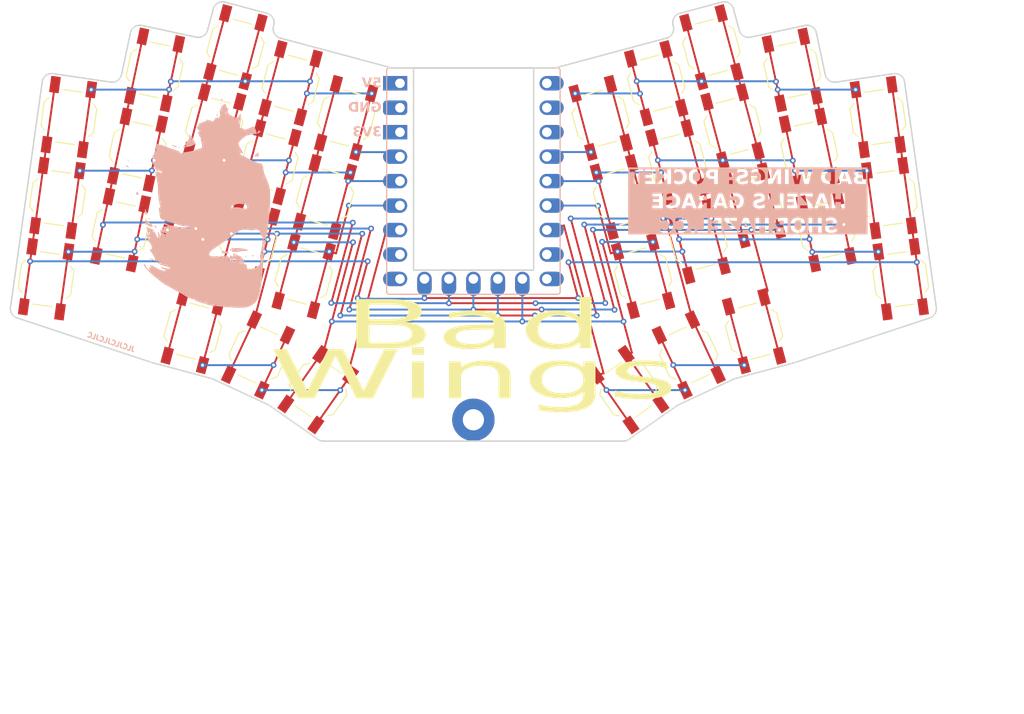
<source format=kicad_pcb>
(kicad_pcb (version 20221018) (generator pcbnew)
  (title_block (title "pcb/bad_wings_zero") (rev "v1.0.0") (company "Unknown"))
  (layers (0 "F.Cu" signal) (31 "B.Cu" signal) (34 "B.Paste" user) (35 "F.Paste" user) (36 "B.SilkS" user "B.Silkscreen") (37 "F.SilkS" user "F.Silkscreen") (38 "B.Mask" user) (39 "F.Mask" user) (44 "Edge.Cuts" user))
  (net 0 "")
  (net 1 "/col0")
  (net 2 "/row2")
  (net 3 "/row1")
  (net 4 "/row0")
  (net 5 "/col1")
  (net 6 "/col2")
  (net 7 "/col3")
  (net 8 "/col4")
  (net 9 "/row3")
  (net 10 "/row6")
  (net 11 "/row5")
  (net 12 "/row4")
  (net 13 "/row7")
  (footprint "0-badwings:POCKET-SWITCH" (layer "F.Cu") (at 21.472751 -3.772771 75)
    (fp_text reference "SW10")
    (fp_text value "SW_Push_45deg" hide)
  )
  (footprint "0-badwings:POCKET-SWITCH" (layer "F.Cu") (at 1.677995 -8.254975 82)
    (fp_text reference "SW2")
    (fp_text value "SW_Push_45deg" hide)
  )
  (footprint "0-badwings:POCKET-SWITCH" (layer "F.Cu") (at 67.191915 8.022214 -65)
    (fp_text reference "SW35")
    (fp_text value "SW_Push_45deg" hide)
  )
  (footprint "0-badwings:POCKET-SWITCH" (layer "F.Cu") (at 58.05175 -16.57934 -75)
    (fp_text reference "SW33")
    (fp_text value "SW_Push_45deg" hide)
  )
  (footprint "0-badwings:POCKET-SWITCH" (layer "F.Cu") (at 31.633535 -16.57933 75)
    (fp_text reference "SW15")
    (fp_text value "SW_Push_45deg" hide)
  )
  (footprint "0-badwings:POCKET-SWITCH" (layer "F.Cu") (at 86.824292 -16.672257 -82)
    (fp_text reference "SW21")
    (fp_text value "SW_Push_45deg" hide)
  )
  (footprint "0-badwings:POCKET-SWITCH" (layer "F.Cu") (at 15.712485 5.554178 75)
    (fp_text reference "SW16")
    (fp_text value "SW_Push_45deg" hide)
  )
  (footprint "0-badwings:POCKET-SWITCH" (layer "F.Cu") (at 71.741098 -15.718058 -75)
    (fp_text reference "SW26")
    (fp_text value "SW_Push_45deg" hide)
  )
  (footprint "0-badwings:POCKET-SWITCH" (layer "F.Cu") (at 77.932979 -21.57384 -78)
    (fp_text reference "SW24")
    (fp_text value "SW_Push_45deg" hide)
  )
  (footprint "0-badwings:POCKET-SWITCH" (layer "F.Cu") (at 2.860993 -16.672229 82)
    (fp_text reference "SW3")
    (fp_text value "SW_Push_45deg" hide)
  )
  (footprint "0-badwings:POCKET-SWITCH" (layer "F.Cu") (at 89.190272 0.162318 -82)
    (fp_text reference "SW19")
    (fp_text value "SW_Push_45deg" hide)
  )
  (footprint "0-badwings:POCKET-SWITCH" (layer "F.Cu") (at 88.007277 -8.254953 -82)
    (fp_text reference "SW20")
    (fp_text value "SW_Push_45deg" hide)
  )
  (footprint "0-badwings:POCKET-SWITCH" (layer "F.Cu") (at 27.233619 -0.158596 75)
    (fp_text reference "SW13")
    (fp_text value "SW_Push_45deg" hide)
  )
  (footprint "0-badwings:POCKET-SWITCH" (layer "F.Cu") (at 17.944174 -15.718023 75)
    (fp_text reference "SW8")
    (fp_text value "SW_Push_45deg" hide)
  )
  (footprint "0-badwings:logo-no-cu" (layer "F.Cu") (at 44.842658 9.059534)
    (fp_text reference "REF**")
    (fp_text value "logo-no-cu")
  )
  (footprint "MountingHole:MountingHole_2.2mm_M2_Pad" (layer "F.Cu") (at 44.842658 14.761904)
    (fp_text reference "H2" hide)
    (fp_text value "MountingHole")
  )
  (footprint "0-badwings:POCKET-SWITCH" (layer "F.Cu") (at 73.941075 -7.50769 -75)
    (fp_text reference "SW25")
    (fp_text value "SW_Push_45deg" hide)
  )
  (footprint "0-badwings:POCKET-SWITCH" (layer "F.Cu") (at 79.700229 -13.259591 -78)
    (fp_text reference "SW23")
    (fp_text value "SW_Push_45deg" hide)
  )
  (footprint "0-badwings:POCKET-SWITCH" (layer "F.Cu") (at 15.744221 -7.507684 75)
    (fp_text reference "SW7")
    (fp_text value "SW_Push_45deg" hide)
  )
  (footprint "0-badwings:POCKET-SWITCH" (layer "F.Cu") (at 69.541156 -23.928443 -75)
    (fp_text reference "SW27")
    (fp_text value "SW_Push_45deg" hide)
  )
  (footprint "0-badwings:POCKET-SWITCH" (layer "F.Cu") (at 0.495047 0.162317 82)
    (fp_text reference "SW1")
    (fp_text value "SW_Push_45deg" hide)
  )
  (footprint "0-badwings:POCKET-SWITCH" (layer "F.Cu") (at 8.217826 -4.945358 78)
    (fp_text reference "SW4")
    (fp_text value "SW_Push_45deg" hide)
  )
  (footprint "0-badwings:POCKET-SWITCH" (layer "F.Cu") (at 28.742686 11.63026 55)
    (fp_text reference "SW18")
    (fp_text value "SW_Push_45deg" hide)
  )
  (footprint "0-badwings:POCKET-SWITCH" (layer "F.Cu") (at 20.144133 -23.928457 75)
    (fp_text reference "SW9")
    (fp_text value "SW_Push_45deg" hide)
  )
  (footprint "0-badwings:POCKET-SWITCH" (layer "F.Cu") (at 23.672723 -11.983138 75)
    (fp_text reference "SW11")
    (fp_text value "SW_Push_45deg" hide)
  )
  (footprint "0-badwings:POCKET-SWITCH" (layer "F.Cu") (at 66.012599 -11.983134 -75)
    (fp_text reference "SW29")
    (fp_text value "SW_Push_45deg" hide)
  )
  (footprint "0-badwings:POCKET-SWITCH" (layer "F.Cu") (at 11.752317 -21.573868 78)
    (fp_text reference "SW6")
    (fp_text value "SW_Push_45deg" hide)
  )
  (footprint "0-badwings:POCKET-SWITCH" (layer "F.Cu") (at 25.872664 -20.193523 75)
    (fp_text reference "SW12")
    (fp_text value "SW_Push_45deg" hide)
  )
  (footprint "0-badwings:POCKET-SWITCH" (layer "F.Cu") (at 60.9426 11.630253 -55)
    (fp_text reference "SW36")
    (fp_text value "SW_Push_45deg" hide)
  )
  (footprint "0-badwings:POCKET-SWITCH" (layer "F.Cu") (at 29.433592 -8.368947 75)
    (fp_text reference "SW14")
    (fp_text value "SW_Push_45deg" hide)
  )
  (footprint "0-badwings:POCKET-SWITCH" (layer "F.Cu") (at 63.812629 -20.193486 -75)
    (fp_text reference "SW30")
    (fp_text value "SW_Push_45deg" hide)
  )
  (footprint "0-badwings:POCKET-SWITCH" (layer "F.Cu") (at 60.251684 -8.368948 -75)
    (fp_text reference "SW32")
    (fp_text value "SW_Push_45deg" hide)
  )
  (footprint "0-badwings:POCKET-SWITCH" (layer "F.Cu") (at 73.972791 5.554183 -75)
    (fp_text reference "SW34")
    (fp_text value "SW_Push_45deg" hide)
  )
  (footprint "0-badwings:POCKET-SWITCH" (layer "F.Cu") (at 22.493379 8.022233 65)
    (fp_text reference "SW17")
    (fp_text value "SW_Push_45deg" hide)
  )
  (footprint "0-badwings:POCKET-SWITCH" (layer "F.Cu") (at 62.451664 -0.158587 -75)
    (fp_text reference "SW31")
    (fp_text value "SW_Push_45deg" hide)
  )
  (footprint "0-badwings:POCKET-SWITCH" (layer "F.Cu") (at 68.212555 -3.77277 -75)
    (fp_text reference "SW28")
    (fp_text value "SW_Push_45deg" hide)
  )
  (footprint "0-badwings:POCKET-SWITCH" (layer "F.Cu") (at 81.467488 -4.945336 -78)
    (fp_text reference "SW22")
    (fp_text value "SW_Push_45deg" hide)
  )
  (footprint "0-badwings:POCKET-SWITCH" (layer "F.Cu") (at 9.985047 -13.259599 78)
    (fp_text reference "SW5")
    (fp_text value "SW_Push_45deg" hide)
  )
  (footprint "0-badwings:rp2040-zero-facedown" (layer "F.Cu") (at 44.842658 -10.025199)
    (fp_text reference "U1")
    (fp_text value "rp2040-zero" hide)
    (fp_rect (start -6.215 -11.75) (end 6.25 9.245) (stroke (width 0.15)) (fill none) (layer "Edge.Cuts"))
  )
  (footprint "LOGO" (layer "B.Cu") (at 16.365744 -7.896101 180)
    (fp_text reference "G***" hide)
    (fp_text value "LOGO" hide)
  )
  (gr_arc (start 70.614506 -28.615951) (mid 71.37331 -28.516037) (end 71.839223 -27.908837) (stroke (width 0.15)) (layer "Edge.Cuts"))
  (gr_arc (start 8.326654 -21.089065) (mid 7.919425 -20.476006) (end 7.202944 -20.307692) (stroke (width 0.15)) (layer "Edge.Cuts"))
  (gr_line (start 88.455434 -21.186651) (end 82.482351 -20.307618) (stroke (width 0.15)) (layer "Edge.Cuts"))
  (gr_arc (start -2.522953 4.181018) (mid -3.058035 3.759219) (end -3.198736 3.092556) (stroke (width 0.15)) (layer "Edge.Cuts"))
  (gr_line (start 24.12456 -26.226512) (end 24.092222 -26.105752) (stroke (width 0.15)) (layer "Edge.Cuts"))
  (gr_arc (start 24.799308 -24.881052) (mid 24.192127 -25.346964) (end 24.092222 -26.105752) (stroke (width 0.15)) (layer "Edge.Cuts"))
  (gr_line (start 11.445655 8.809032) (end -2.522953 4.181018) (stroke (width 0.15)) (layer "Edge.Cuts"))
  (gr_arc (start 65.970889 13.297718) (mid 66.044458 13.250848) (end 66.121822 13.210546) (stroke (width 0.15)) (layer "Edge.Cuts"))
  (gr_arc (start 65.593074 -26.105786) (mid 65.49318 -25.34696) (end 64.88597 -24.881036) (stroke (width 0.15)) (layer "Edge.Cuts"))
  (gr_line (start 10.43833 -26.193842) (end 16.073627 -24.971556) (stroke (width 0.15)) (layer "Edge.Cuts"))
  (gr_arc (start 23.417458 -27.451255) (mid 24.024673 -26.985332) (end 24.12456 -26.226512) (stroke (width 0.15)) (layer "Edge.Cuts"))
  (gr_line (start 78.23964 8.809038) (end 92.208252 4.181008) (stroke (width 0.15)) (layer "Edge.Cuts"))
  (gr_line (start 79.247006 -26.193843) (end 73.611659 -24.971568) (stroke (width 0.15)) (layer "Edge.Cuts"))
  (gr_line (start 24.799317 -24.881051) (end 36.263268 -21.809285) (stroke (width 0.15)) (layer "Edge.Cuts"))
  (gr_arc (start 17.251531 -25.690034) (mid 16.806332 -25.095117) (end 16.073627 -24.971556) (stroke (width 0.15)) (layer "Edge.Cuts"))
  (gr_line (start 65.56074 -26.226487) (end 65.593078 -26.105787) (stroke (width 0.15)) (layer "Edge.Cuts"))
  (gr_arc (start 53.42206 -21.809282) (mid 53.293763 -21.783759) (end 53.163232 -21.775205) (stroke (width 0.15)) (layer "Edge.Cuts"))
  (gr_line (start 71.933524 10.50053) (end 71.933524 10.50053) (stroke (width 0.15)) (layer "Edge.Cuts"))
  (gr_line (start -3.198736 3.092556) (end 0.094006 -20.336464) (stroke (width 0.15)) (layer "Edge.Cuts"))
  (gr_line (start 64.88597 -24.881036) (end 53.42206 -21.809282) (stroke (width 0.15)) (layer "Edge.Cuts"))
  (gr_arc (start 11.501334 8.825737) (mid 11.473368 8.817807) (end 11.445655 8.809032) (stroke (width 0.15)) (layer "Edge.Cuts"))
  (gr_line (start 72.433785 -25.69) (end 71.839223 -27.908837) (stroke (width 0.15)) (layer "Edge.Cuts"))
  (gr_line (start 29.282521 16.975767) (end 60.402741 16.975778) (stroke (width 0.15)) (layer "Edge.Cuts"))
  (gr_line (start 17.251531 -25.690034) (end 17.846037 -27.908829) (stroke (width 0.15)) (layer "Edge.Cuts"))
  (gr_arc (start 0.094006 -20.336464) (mid 0.485054 -20.997899) (end 1.22989 -21.186647) (stroke (width 0.15)) (layer "Edge.Cuts"))
  (gr_arc (start 9.248187 -25.424497) (mid 9.683456 -26.056377) (end 10.43833 -26.193842) (stroke (width 0.15)) (layer "Edge.Cuts"))
  (gr_arc (start 17.846037 -27.908829) (mid 18.311962 -28.516046) (end 19.070789 -28.615958) (stroke (width 0.15)) (layer "Edge.Cuts"))
  (gr_line (start 19.070789 -28.615958) (end 23.417445 -27.451259) (stroke (width 0.15)) (layer "Edge.Cuts"))
  (gr_arc (start 29.282521 16.975767) (mid 28.981828 16.92947) (end 28.708948 16.794935) (stroke (width 0.15)) (layer "Edge.Cuts"))
  (gr_arc (start 73.611659 -24.971568) (mid 72.878985 -25.09512) (end 72.433785 -25.69) (stroke (width 0.15)) (layer "Edge.Cuts"))
  (gr_arc (start 23.563448 13.210574) (mid 23.640842 13.250862) (end 23.714417 13.297761) (stroke (width 0.15)) (layer "Edge.Cuts"))
  (gr_line (start 60.976318 16.794957) (end 65.970889 13.297718) (stroke (width 0.15)) (layer "Edge.Cuts"))
  (gr_arc (start 88.455434 -21.186651) (mid 89.200263 -20.997882) (end 89.591282 -20.336454) (stroke (width 0.15)) (layer "Edge.Cuts"))
  (gr_line (start 66.121822 13.210546) (end 71.854247 10.537489) (stroke (width 0.15)) (layer "Edge.Cuts"))
  (gr_line (start 17.66725 10.477863) (end 11.501334 8.825737) (stroke (width 0.15)) (layer "Edge.Cuts"))
  (gr_line (start 66.04253 13.247538) (end 66.04253 13.247538) (stroke (width 0.15)) (layer "Edge.Cuts"))
  (gr_arc (start 78.239642 8.80904) (mid 78.211921 8.81778) (end 78.183962 8.825729) (stroke (width 0.15)) (layer "Edge.Cuts"))
  (gr_line (start 72.018023 10.477879) (end 78.183962 8.825729) (stroke (width 0.15)) (layer "Edge.Cuts"))
  (gr_arc (start 65.56074 -26.226487) (mid 65.660637 -26.985323) (end 66.267854 -27.451271) (stroke (width 0.15)) (layer "Edge.Cuts"))
  (gr_line (start 8.326661 -21.089067) (end 9.248189 -25.424501) (stroke (width 0.15)) (layer "Edge.Cuts"))
  (gr_line (start 81.35862 -21.089081) (end 80.437113 -25.424469) (stroke (width 0.15)) (layer "Edge.Cuts"))
  (gr_arc (start 17.667247 10.477868) (mid 17.750448 10.504101) (end 17.831041 10.537496) (stroke (width 0.15)) (layer "Edge.Cuts"))
  (gr_line (start 17.751768 10.500526) (end 17.751768 10.500526) (stroke (width 0.15)) (layer "Edge.Cuts"))
  (gr_line (start 28.708948 16.794935) (end 23.714417 13.297761) (stroke (width 0.15)) (layer "Edge.Cuts"))
  (gr_arc (start 92.884014 3.092574) (mid 92.743314 3.759207) (end 92.208252 4.181008) (stroke (width 0.15)) (layer "Edge.Cuts"))
  (gr_arc (start 82.482349 -20.307626) (mid 81.765836 -20.475974) (end 81.35862 -21.089081) (stroke (width 0.15)) (layer "Edge.Cuts"))
  (gr_line (start 23.563448 13.210574) (end 17.831041 10.537496) (stroke (width 0.15)) (layer "Edge.Cuts"))
  (gr_line (start 53.163232 -21.775205) (end 36.52208 -21.77521) (stroke (width 0.15)) (layer "Edge.Cuts"))
  (gr_line (start 23.642779 13.247538) (end 23.642779 13.247538) (stroke (width 0.15)) (layer "Edge.Cuts"))
  (gr_arc (start 36.52208 -21.77521) (mid 36.391557 -21.783764) (end 36.263268 -21.809285) (stroke (width 0.15)) (layer "Edge.Cuts"))
  (gr_line (start 92.884014 3.092574) (end 89.591282 -20.336454) (stroke (width 0.15)) (layer "Edge.Cuts"))
  (gr_arc (start 79.247006 -26.193843) (mid 80.001867 -26.056358) (end 80.437113 -25.424469) (stroke (width 0.15)) (layer "Edge.Cuts"))
  (gr_arc (start 71.854247 10.537489) (mid 71.934834 10.504108) (end 72.018023 10.477879) (stroke (width 0.15)) (layer "Edge.Cuts"))
  (gr_line (start 70.614506 -28.615951) (end 66.267854 -27.451271) (stroke (width 0.15)) (layer "Edge.Cuts"))
  (gr_arc (start 60.976318 16.794954) (mid 60.703447 16.929516) (end 60.402741 16.975778) (stroke (width 0.15)) (layer "Edge.Cuts"))
  (gr_line (start 1.22989 -21.186647) (end 7.202944 -20.307692) (stroke (width 0.15)) (layer "Edge.Cuts"))
  (gr_text "JLCJLCJLCJLC" (at 7.24787 6.696965 342) (layer "B.SilkS") (effects (font (size 0.5 0.5) (thickness 0.125) bold) (justify mirror)))
  (gr_text "BAD WINGS: POCKET\nHAZEL'S GARAGE\nSHOP.HAZEL.CC" (at 73.415463 -7.824908) (layer "B.SilkS" knockout) (effects (font (size 1.5 1.5) (thickness 0.3) bold) (justify mirror)))
  (segment (start 91.510148 3.017221) (end 91.510144 3.017227) (width 0.2) (layer "F.Cu") (net 1))
  (segment (start 55.707266 2.121487) (end 55.710753 2.118005) (width 0.2) (layer "F.Cu") (net 1))
  (segment (start 1.417882 -20.05602) (end -1.824874 3.017245) (width 0.2) (layer "F.Cu") (net 1))
  (segment (start 88.267423 -20.056016) (end 91.510148 3.017221) (width 0.2) (layer "F.Cu") (net 1))
  (segment (start 54.715252 -1.597272) (end 55.710753 2.118005) (width 0.2) (layer "F.Cu") (net 1))
  (segment (start 39.768793 2.12149) (end 55.707266 2.121487) (width 0.2) (layer "F.Cu") (net 1))
  (segment (start 33.872034 -1.697205) (end 32.837911 2.162186) (width 0.2) (layer "F.Cu") (net 1))
  (segment (start 39.76265 2.127629) (end 39.768793 2.12149) (width 0.2) (layer "F.Cu") (net 1))
  (via (at 33.872034 -1.697205) (size 0.6) (drill 0.3) (layers "F.Cu" "B.Cu") (net 1))
  (via (at 54.715252 -1.597272) (size 0.6) (drill 0.3) (layers "F.Cu" "B.Cu") (net 1))
  (via (at 55.710753 2.118005) (size 0.6) (drill 0.3) (layers "F.Cu" "B.Cu") (net 1))
  (via (at -1.162301 -1.697186) (size 0.6) (drill 0.3) (layers "F.Cu" "B.Cu") (net 1))
  (via (at 90.861635 -1.59728) (size 0.6) (drill 0.3) (layers "F.Cu" "B.Cu") (net 1))
  (via (at 32.836797 2.127633) (size 0.6) (drill 0.3) (layers "F.Cu" "B.Cu") (net 1))
  (via (at 39.76265 2.127629) (size 0.6) (drill 0.3) (layers "F.Cu" "B.Cu") (net 1))
  (segment (start 33.872034 -1.697205) (end 33.872022 -1.69719) (width 0.2) (layer "B.Cu") (net 1))
  (segment (start 39.76265 2.193209) (end 39.76265 2.127629) (width 0.2) (layer "B.Cu") (net 1))
  (segment (start 90.861635 -1.59728) (end 54.715255 -1.597278) (width 0.2) (layer "B.Cu") (net 1))
  (segment (start 39.76265 2.193209) (end 32.902397 2.193223) (width 0.2) (layer "B.Cu") (net 1))
  (segment (start 33.872022 -1.69719) (end -1.162301 -1.697186) (width 0.2) (layer "B.Cu") (net 1))
  (segment (start 39.762647 0.134804) (end 39.76265 2.193209) (width 0.2) (layer "B.Cu") (net 1))
  (segment (start 54.715255 -1.597278) (end 54.715252 -1.597272) (width 0.2) (layer "B.Cu") (net 1))
  (segment (start 32.902397 2.193223) (end 32.836797 2.127633) (width 0.2) (layer "B.Cu") (net 1))
  (segment (start 28.253609 3.375825) (end 29.516364 -1.336869) (width 0.2) (layer "F.Cu") (net 2))
  (segment (start 29.884157 -2.70952) (end 30.586396 -2.521333) (width 0.2) (layer "F.Cu") (net 2))
  (segment (start 2.814946 -2.692612) (end 2.814935 -2.692617) (width 0.2) (layer "F.Cu") (net 2))
  (segment (start 16.76419 -3.973238) (end 16.764178 -3.973246) (width 0.2) (layer "F.Cu") (net 2))
  (segment (start 1.938142 3.546121) (end 2.814934 -2.69261) (width 0.2) (layer "F.Cu") (net 2))
  (segment (start 29.516364 -1.336869) (end 29.884159 -2.709518) (width 0.2) (layer "F.Cu") (net 2))
  (segment (start 9.421387 -1.469141) (end 9.685369 -2.711124) (width 0.2) (layer "F.Cu") (net 2))
  (segment (start 2.814935 -2.692617) (end 2.814934 -2.69261) (width 0.2) (layer "F.Cu") (net 2))
  (segment (start 18.394762 -10.058603) (end 17.126863 -5.326845) (width 0.2) (layer "F.Cu") (net 2))
  (segment (start 10.241355 -5.32684) (end 10.731241 -7.631478) (width 0.2) (layer "F.Cu") (net 2))
  (segment (start 23.491479 -3.965758) (end 23.15424 -2.707129) (width 0.2) (layer "F.Cu") (net 2))
  (segment (start 29.884155 -2.709521) (end 29.884157 -2.70952) (width 0.2) (layer "F.Cu") (net 2))
  (segment (start 30.586396 -2.521333) (end 31.916987 -7.487094) (width 0.2) (layer "F.Cu") (net 2))
  (segment (start 24.123273 -6.323688) (end 23.854498 -5.320582) (width 0.2) (layer "F.Cu") (net 2))
  (segment (start 22.804054 -1.400153) (end 22.492717 -0.23835) (width 0.2) (layer "F.Cu") (net 2))
  (segment (start 16.764178 -3.973246) (end 16.764201 -3.97326) (width 0.2) (layer "F.Cu") (net 2))
  (segment (start 23.15424 -2.707129) (end 22.804054 -1.400153) (width 0.2) (layer "F.Cu") (net 2))
  (segment (start 17.126863 -5.326845) (end 16.764201 -3.97326) (width 0.2) (layer "F.Cu") (net 2))
  (segment (start 23.854498 -5.320582) (end 23.491479 -3.965758) (width 0.2) (layer "F.Cu") (net 2))
  (segment (start 9.956023 -3.984501) (end 10.241355 -5.32684) (width 0.2) (layer "F.Cu") (net 2))
  (segment (start 9.685369 -2.711124) (end 9.956023 -3.984501) (width 0.2) (layer "F.Cu") (net 2))
  (via (at 23.491479 -3.965758) (size 0.6) (drill 0.3) (layers "F.Cu" "B.Cu") (net 2))
  (via (at 16.764201 -3.97326) (size 0.6) (drill 0.3) (layers "F.Cu" "B.Cu") (net 2))
  (via (at 9.685369 -2.711124) (size 0.6) (drill 0.3) (layers "F.Cu" "B.Cu") (net 2))
  (via (at 9.956023 -3.984501) (size 0.6) (drill 0.3) (layers "F.Cu" "B.Cu") (net 2))
  (via (at 29.884157 -2.70952) (size 0.6) (drill 0.3) (layers "F.Cu" "B.Cu") (net 2))
  (via (at 23.15424 -2.707129) (size 0.6) (drill 0.3) (layers "F.Cu" "B.Cu") (net 2))
  (via (at 31.916987 -7.487094) (size 0.6) (drill 0.3) (layers "F.Cu" "B.Cu") (net 2))
  (via (at 2.814934 -2.69261) (size 0.6) (drill 0.3) (layers "F.Cu" "B.Cu") (net 2))
  (segment (start 16.764201 -3.97326) (end 9.967268 -3.97326) (width 0.2) (layer "B.Cu") (net 2))
  (segment (start 2.814934 -2.69261) (end 9.666841 -2.692592) (width 0.2) (layer "B.Cu") (net 2))
  (segment (start 16.764201 -3.97326) (end 23.48395 -3.973267) (width 0.2) (layer "B.Cu") (net 2))
  (segment (start 23.48395 -3.973267) (end 23.491479 -3.965758) (width 0.2) (layer "B.Cu") (net 2))
  (segment (start 29.884157 -2.70952) (end 23.156607 -2.709528) (width 0.2) (layer "B.Cu") (net 2))
  (segment (start 9.967268 -3.97326) (end 9.956023 -3.984501) (width 0.2) (layer "B.Cu") (net 2))
  (segment (start 37.222668 -7.4852) (end 31.918884 -7.485201) (width 0.2) (layer "B.Cu") (net 2))
  (segment (start 23.156607 -2.709528) (end 23.15424 -2.707129) (width 0.2) (layer "B.Cu") (net 2))
  (segment (start 31.918884 -7.485201) (end 31.916987 -7.487094) (width 0.2) (layer "B.Cu") (net 2))
  (segment (start 9.666841 -2.692592) (end 9.685369 -2.711124) (width 0.2) (layer "B.Cu") (net 2))
  (segment (start 19.310155 -13.474912) (end 18.964159 -12.183634) (width 0.2) (layer "F.Cu") (net 3))
  (segment (start 3.997907 -11.109865) (end 3.997901 -11.109864) (width 0.2) (layer "F.Cu") (net 3))
  (segment (start 26.039461 -13.474914) (end 25.692414 -12.179749) (width 0.2) (layer "F.Cu") (net 3))
  (segment (start 11.188636 -9.78341) (end 11.474108 -11.12641) (width 0.2) (layer "F.Cu") (net 3))
  (segment (start 18.964188 -12.183617) (end 18.964159 -12.183634) (width 0.2) (layer "F.Cu") (net 3))
  (segment (start 19.344065 -13.601476) (end 19.344074 -13.508829) (width 0.2) (layer "F.Cu") (net 3))
  (segment (start 3.997916 -11.109877) (end 3.997907 -11.109865) (width 0.2) (layer "F.Cu") (net 3))
  (segment (start 30.453578 -4.834536) (end 31.743817 -9.649791) (width 0.2) (layer "F.Cu") (net 3))
  (segment (start 31.777729 -9.776379) (end 31.77773 -9.683714) (width 0.2) (layer "F.Cu") (net 3))
  (segment (start 11.970287 -13.460851) (end 12.498466 -15.945736) (width 0.2) (layer "F.Cu") (net 3))
  (segment (start 36.65221 -9.695844) (end 37.222648 -10.025205) (width 0.2) (layer "F.Cu") (net 3))
  (segment (start 18.964185 -12.183609) (end 18.964188 -12.183617) (width 0.2) (layer "F.Cu") (net 3))
  (segment (start 19.344074 -13.508829) (end 19.310155 -13.474912) (width 0.2) (layer "F.Cu") (net 3))
  (segment (start 3.121116 -4.871198) (end 3.997901 -11.109864) (width 0.2) (layer "F.Cu") (net 3))
  (segment (start 32.084135 -10.919882) (end 32.08413 -10.919885) (width 0.2) (layer "F.Cu") (net 3))
  (segment (start 32.08413 -10.919885) (end 32.084136 -10.919886) (width 0.2) (layer "F.Cu") (net 3))
  (segment (start 20.594716 -18.268978) (end 19.344065 -13.601476) (width 0.2) (layer "F.Cu") (net 3))
  (segment (start 26.323232 -14.534047) (end 26.039461 -13.474914) (width 0.2) (layer "F.Cu") (net 3))
  (segment (start 31.77773 -9.683714) (end 31.743817 -9.649791) (width 0.2) (layer "F.Cu") (net 3))
  (segment (start 11.474108 -11.12641) (end 11.697995 -12.179755) (width 0.2) (layer "F.Cu") (net 3))
  (segment (start 25.692414 -12.179749) (end 25.357049 -10.928156) (width 0.2) (layer "F.Cu") (net 3))
  (segment (start 25.022061 -9.677931) (end 24.692681 -8.448682) (width 0.2) (layer "F.Cu") (net 3))
  (segment (start 31.777729 -9.776379) (end 31.845103 -10.027803) (width 0.2) (layer "F.Cu") (net 3))
  (segment (start 25.357049 -10.928156) (end 25.022061 -9.677931) (width 0.2) (layer "F.Cu") (net 3))
  (segment (start 31.845103 -10.027803) (end 32.084136 -10.919886) (width 0.2) (layer "F.Cu") (net 3))
  (segment (start 11.697995 -12.179755) (end 11.970287 -13.460851) (width 0.2) (layer "F.Cu") (net 3))
  (via (at 18.964159 -12.183634) (size 0.6) (drill 0.3) (layers "F.Cu" "B.Cu") (net 3))
  (via (at 25.692414 -12.179749) (size 0.6) (drill 0.3) (layers "F.Cu" "B.Cu") (net 3))
  (via (at 3.997901 -11.109864) (size 0.6) (drill 0.3) (layers "F.Cu" "B.Cu") (net 3))
  (via (at 11.697995 -12.179755) (size 0.6) (drill 0.3) (layers "F.Cu" "B.Cu") (net 3))
  (via (at 32.084136 -10.919886) (size 0.6) (drill 0.3) (layers "F.Cu" "B.Cu") (net 3))
  (via (at 11.474108 -11.12641) (size 0.6) (drill 0.3) (layers "F.Cu" "B.Cu") (net 3))
  (via (at 25.357049 -10.928156) (size 0.6) (drill 0.3) (layers "F.Cu" "B.Cu") (net 3))
  (via (at 31.845103 -10.027803) (size 0.6) (drill 0.3) (layers "F.Cu" "B.Cu") (net 3))
  (segment (start 3.997901 -11.109864) (end 11.457535 -11.109865) (width 0.2) (layer "B.Cu") (net 3))
  (segment (start 37.220064 -10.027799) (end 31.845103 -10.027803) (width 0.2) (layer "B.Cu") (net 3))
  (segment (start 25.365338 -10.919877) (end 25.357049 -10.928156) (width 0.2) (layer "B.Cu") (net 3))
  (segment (start 11.701857 -12.183627) (end 11.697995 -12.179755) (width 0.2) (layer "B.Cu") (net 3))
  (segment (start 32.084136 -10.919886) (end 25.365338 -10.919877) (width 0.2) (layer "B.Cu") (net 3))
  (segment (start 18.964159 -12.183634) (end 25.68854 -12.183607) (width 0.2) (layer "B.Cu") (net 3))
  (segment (start 18.964159 -12.183634) (end 11.701857 -12.183627) (width 0.2) (layer "B.Cu") (net 3))
  (segment (start 25.68854 -12.183607) (end 25.692414 -12.179749) (width 0.2) (layer "B.Cu") (net 3))
  (segment (start 37.222662 -10.025203) (end 37.220064 -10.027799) (width 0.2) (layer "B.Cu") (net 3))
  (segment (start 11.457535 -11.109865) (end 11.474108 -11.12641) (width 0.2) (layer "B.Cu") (net 3))
  (segment (start 13.438053 -20.366039) (end 13.70551 -21.624376) (width 0.2) (layer "F.Cu") (net 4))
  (segment (start 27.889692 -20.380099) (end 27.555439 -19.13261) (width 0.2) (layer "F.Cu") (net 4))
  (segment (start 13.70551 -21.624376) (end 14.265727 -24.259983) (width 0.2) (layer "F.Cu") (net 4))
  (segment (start 22.794685 -26.47932) (end 21.493783 -21.62439) (width 0.2) (layer "F.Cu") (net 4))
  (segment (start 13.263113 -19.543081) (end 13.438053 -20.366039) (width 0.2) (layer "F.Cu") (net 4))
  (segment (start 21.493783 -21.62439) (end 21.164123 -20.39401) (width 0.2) (layer "F.Cu") (net 4))
  (segment (start 28.223107 -21.624397) (end 27.889692 -20.380099) (width 0.2) (layer "F.Cu") (net 4))
  (segment (start 12.955877 -18.097648) (end 13.263113 -19.543081) (width 0.2) (layer "F.Cu") (net 4))
  (segment (start 32.653534 -13.044904) (end 34.284089 -19.130236) (width 0.2) (layer "F.Cu") (net 4))
  (segment (start 34.284081 -19.130255) (end 34.284089 -19.130236) (width 0.2) (layer "F.Cu") (net 4))
  (segment (start 4.304098 -13.288461) (end 5.180866 -19.527156) (width 0.2) (layer "F.Cu") (net 4))
  (segment (start 36.341787 -12.056619) (end 37.222637 -12.565196) (width 0.2) (layer "F.Cu") (net 4))
  (segment (start 27.555439 -19.13261) (end 27.186859 -17.757071) (width 0.2) (layer "F.Cu") (net 4))
  (segment (start 28.523199 -22.744412) (end 28.223107 -21.624397) (width 0.2) (layer "F.Cu") (net 4))
  (segment (start 5.180859 -19.527169) (end 5.180866 -19.527156) (width 0.2) (layer "F.Cu") (net 4))
  (segment (start 21.164123 -20.394008) (end 21.164123 -20.39401) (width 0.2) (layer "F.Cu") (net 4))
  (segment (start 21.164113 -20.394013) (end 21.164123 -20.394008) (width 0.2) (layer "F.Cu") (net 4))
  (segment (start 5.180862 -19.527182) (end 5.180859 -19.527169) (width 0.2) (layer "F.Cu") (net 4))
  (segment (start 27.186859 -17.757071) (end 26.89266 -16.659069) (width 0.2) (layer "F.Cu") (net 4))
  (via (at 27.555439 -19.13261) (size 0.6) (drill 0.3) (layers "F.Cu" "B.Cu") (net 4))
  (via (at 13.438053 -20.366039) (size 0.6) (drill 0.3) (layers "F.Cu" "B.Cu") (net 4))
  (via (at 27.889692 -20.380099) (size 0.6) (drill 0.3) (layers "F.Cu" "B.Cu") (net 4))
  (via (at 21.164123 -20.39401) (size 0.6) (drill 0.3) (layers "F.Cu" "B.Cu") (net 4))
  (via (at 5.180866 -19.527156) (size 0.6) (drill 0.3) (layers "F.Cu" "B.Cu") (net 4))
  (via (at 34.284089 -19.130236) (size 0.6) (drill 0.3) (layers "F.Cu" "B.Cu") (net 4))
  (via (at 13.263113 -19.543081) (size 0.6) (drill 0.3) (layers "F.Cu" "B.Cu") (net 4))
  (via (at 32.653522 -13.044896) (size 0.6) (drill 0.3) (layers "F.Cu" "B.Cu") (net 4))
  (segment (start 5.180866 -19.527156) (end 13.247192 -19.527132) (width 0.2) (layer "B.Cu") (net 4))
  (segment (start 21.164123 -20.39401) (end 27.875809 -20.394007) (width 0.2) (layer "B.Cu") (net 4))
  (segment (start 32.66115 -13.037263) (end 32.653522 -13.044896) (width 0.2) (layer "B.Cu") (net 4))
  (segment (start 13.466002 -20.394001) (end 13.438053 -20.366039) (width 0.2) (layer "B.Cu") (net 4))
  (segment (start 13.247192 -19.527132) (end 13.263113 -19.543081) (width 0.2) (layer "B.Cu") (net 4))
  (segment (start 34.284089 -19.130236) (end 27.557788 -19.130248) (width 0.2) (layer "B.Cu") (net 4))
  (segment (start 27.875809 -20.394007) (end 27.889692 -20.380099) (width 0.2) (layer "B.Cu") (net 4))
  (segment (start 21.164123 -20.39401) (end 13.466002 -20.394001) (width 0.2) (layer "B.Cu") (net 4))
  (segment (start 27.557788 -19.130248) (end 27.555439 -19.13261) (width 0.2) (layer "B.Cu") (net 4))
  (segment (start 36.750593 -13.037268) (end 32.66115 -13.037263) (width 0.2) (layer "B.Cu") (net 4))
  (segment (start 37.222665 -12.565199) (end 36.750593 -13.037268) (width 0.2) (layer "B.Cu") (net 4))
  (segment (start 79.136542 -25.05005) (end 83.288425 -5.516956) (width 0.2) (layer "F.Cu") (net 5))
  (segment (start 56.346712 -5.513284) (end 58.529892 2.634427) (width 0.2) (layer "F.Cu") (net 5))
  (segment (start 10.54875 -25.050066) (end 6.389408 -5.481825) (width 0.2) (layer "F.Cu") (net 5))
  (segment (start 32.325056 -5.712442) (end 30.090554 2.626819) (width 0.2) (layer "F.Cu") (net 5))
  (segment (start 6.389408 -5.481825) (end 5.704412 -2.259194) (width 0.2) (layer "F.Cu") (net 5))
  (segment (start 51.283181 2.654128) (end 51.288822 2.648486) (width 0.2) (layer "F.Cu") (net 5))
  (segment (start 83.288425 -5.516956) (end 83.980877 -2.259207) (width 0.2) (layer "F.Cu") (net 5))
  (segment (start 42.302645 2.65413) (end 51.283181 2.654128) (width 0.2) (layer "F.Cu") (net 5))
  (via (at 6.389408 -5.481825) (size 0.6) (drill 0.3) (layers "F.Cu" "B.Cu") (net 5))
  (via (at 30.09079 2.626012) (size 0.6) (drill 0.3) (layers "F.Cu" "B.Cu") (net 5))
  (via (at 58.529892 2.634427) (size 0.6) (drill 0.3) (layers "F.Cu" "B.Cu") (net 5))
  (via (at 51.288822 2.648486) (size 0.6) (drill 0.3) (layers "F.Cu" "B.Cu") (net 5))
  (via (at 32.325056 -5.712442) (size 0.6) (drill 0.3) (layers "F.Cu" "B.Cu") (net 5))
  (via (at 83.288425 -5.516956) (size 0.6) (drill 0.3) (layers "F.Cu" "B.Cu") (net 5))
  (via (at 42.302645 2.65413) (size 0.6) (drill 0.3) (layers "F.Cu" "B.Cu") (net 5))
  (via (at 56.346712 -5.513284) (size 0.6) (drill 0.3) (layers "F.Cu" "B.Cu") (net 5))
  (segment (start 57.472811 -5.513338) (end 56.346766 -5.513344) (width 0.2) (layer "B.Cu") (net 5))
  (segment (start 30.118894 2.654136) (end 42.302645 2.65413) (width 0.2) (layer "B.Cu") (net 5))
  (segment (start 58.51583 2.648489) (end 58.529892 2.634427) (width 0.2) (layer "B.Cu") (net 5))
  (segment (start 83.282177 -5.510693) (end 83.288425 -5.516956) (width 0.2) (layer "B.Cu") (net 5))
  (segment (start 57.475471 -5.510697) (end 57.472811 -5.513338) (width 0.2) (layer "B.Cu") (net 5))
  (segment (start 42.302645 2.65413) (end 42.302646 0.13478) (width 0.2) (layer "B.Cu") (net 5))
  (segment (start 51.288822 2.648486) (end 58.51583 2.648489) (width 0.2) (layer "B.Cu") (net 5))
  (segment (start 57.475471 -5.510697) (end 83.282177 -5.510693) (width 0.2) (layer "B.Cu") (net 5))
  (segment (start 32.372306 -5.726031) (end 32.338643 -5.726036) (width 0.2) (layer "B.Cu") (net 5))
  (segment (start 30.09079 2.626012) (end 30.118894 2.654136) (width 0.2) (layer "B.Cu") (net 5))
  (segment (start 56.346766 -5.513344) (end 56.346712 -5.513284) (width 0.2) (layer "B.Cu") (net 5))
  (segment (start 32.372306 -5.726031) (end 6.633613 -5.72601) (width 0.2) (layer "B.Cu") (net 5))
  (segment (start 32.338643 -5.726036) (end 32.325056 -5.712442) (width 0.2) (layer "B.Cu") (net 5))
  (segment (start 6.633613 -5.72601) (end 6.389408 -5.481825) (width 0.2) (layer "B.Cu") (net 5))
  (segment (start 74.992776 2.019764) (end 75.38027 1.348592) (width 0.2) (layer "F.Cu") (net 6))
  (segment (start 13.093681 -4.956757) (end 13.093679 -4.956762) (width 0.2) (layer "F.Cu") (net 6))
  (segment (start 14.692497 2.019759) (end 13.061929 8.105105) (width 0.2) (layer "F.Cu") (net 6))
  (segment (start 57.254514 -4.986332) (end 59.484892 3.337571) (width 0.2) (layer "F.Cu") (net 6))
  (segment (start 75.38027 1.348592) (end 73.690748 -4.956771) (width 0.2) (layer "F.Cu") (net 6))
  (segment (start 44.84263 3.315098) (end 51.916008 3.315096) (width 0.2) (layer "F.Cu") (net 6))
  (segment (start 70.561143 -27.462842) (end 70.561138 -27.462861) (width 0.2) (layer "F.Cu") (net 6))
  (segment (start 14.30344 1.345887) (end 16.030727 -5.100457) (width 0.2) (layer "F.Cu") (net 6))
  (segment (start 76.591604 -4.956776) (end 70.561143 -27.462842) (width 0.2) (layer "F.Cu") (net 6))
  (segment (start 76.591617 -4.956781) (end 76.591613 -4.956778) (width 0.2) (layer "F.Cu") (net 6))
  (segment (start 13.093679 -4.956762) (end 14.21302 -9.134193) (width 0.2) (layer "F.Cu") (net 6))
  (segment (start 51.916008 3.315096) (end 51.921663 3.309446) (width 0.2) (layer "F.Cu") (net 6))
  (segment (start 76.591613 -4.956778) (end 76.591604 -4.956776) (width 0.2) (layer "F.Cu") (net 6))
  (segment (start 14.21302 -9.134193) (end 19.124174 -27.46285) (width 0.2) (layer "F.Cu") (net 6))
  (segment (start 14.692504 2.019761) (end 14.30344 1.345887) (width 0.2) (layer "F.Cu") (net 6))
  (segment (start 19.124174 -27.46285) (end 19.124176 -27.462841) (width 0.2) (layer "F.Cu") (net 6))
  (segment (start 34.224046 -5.100462) (end 31.969037 3.315339) (width 0.2) (layer "F.Cu") (net 6))
  (segment (start 74.992796 2.019748) (end 76.623337 8.105071) (width 0.2) (layer "F.Cu") (net 6))
  (via (at 16.030727 -5.100457) (size 0.6) (drill 0.3) (layers "F.Cu" "B.Cu") (net 6))
  (via (at 76.591604 -4.956776) (size 0.6) (drill 0.3) (layers "F.Cu" "B.Cu") (net 6))
  (via (at 13.093679 -4.956762) (size 0.6) (drill 0.3) (layers "F.Cu" "B.Cu") (net 6))
  (via (at 51.921663 3.309446) (size 0.6) (drill 0.3) (layers "F.Cu" "B.Cu") (net 6))
  (via (at 59.484892 3.337571) (size 0.6) (drill 0.3) (layers "F.Cu" "B.Cu") (net 6))
  (via (at 31.969037 3.315339) (size 0.6) (drill 0.3) (layers "F.Cu" "B.Cu") (net 6))
  (via (at 73.690748 -4.956771) (size 0.6) (drill 0.3) (layers "F.Cu" "B.Cu") (net 6))
  (via (at 34.224046 -5.100462) (size 0.6) (drill 0.3) (layers "F.Cu" "B.Cu") (net 6))
  (via (at 44.84263 3.315098) (size 0.6) (drill 0.3) (layers "F.Cu" "B.Cu") (net 6))
  (via (at 57.254514 -4.986332) (size 0.6) (drill 0.3) (layers "F.Cu" "B.Cu") (net 6))
  (segment (start 51.921663 3.309446) (end 59.456773 3.309447) (width 0.2) (layer "B.Cu") (net 6))
  (segment (start 31.969304 3.315113) (end 31.969037 3.315339) (width 0.2) (layer "B.Cu") (net 6))
  (segment (start 59.456773 3.309447) (end 59.484892 3.337571) (width 0.2) (layer "B.Cu") (net 6))
  (segment (start 16.030727 -5.100457) (end 13.237374 -5.100473) (width 0.2) (layer "B.Cu") (net 6))
  (segment (start 57.284102 -4.956768) (end 57.254514 -4.986332) (width 0.2) (layer "B.Cu") (net 6))
  (segment (start 44.842639 0.134818) (end 44.84263 3.315098) (width 0.2) (layer "B.Cu") (net 6))
  (segment (start 34.224046 -5.100462) (end 16.030727 -5.100457) (width 0.2) (layer "B.Cu") (net 6))
  (segment (start 44.84263 3.315098) (end 31.969304 3.315113) (width 0.2) (layer "B.Cu") (net 6))
  (segment (start 73.690748 -4.956771) (end 57.284102 -4.956768) (width 0.2) (layer "B.Cu") (net 6))
  (segment (start 13.237374 -5.100473) (end 13.093679 -4.956762) (width 0.2) (layer "B.Cu") (net 6))
  (segment (start 76.591604 -4.956776) (end 73.690748 -4.956771) (width 0.2) (layer "B.Cu") (net 6))
  (segment (start 70.86311 -1.221855) (end 64.832587 -23.727931) (width 0.2) (layer "F.Cu") (net 7))
  (segment (start 54.941679 -6.145505) (end 57.640916 3.928217) (width 0.2) (layer "F.Cu") (net 7))
  (segment (start 51.212857 3.933866) (end 51.218509 3.928215) (width 0.2) (layer "F.Cu") (net 7))
  (segment (start 24.485421 -4.528287) (end 24.46105 -4.570503) (width 0.2) (layer "F.Cu") (net 7))
  (segment (start 19.719469 -4.570505) (end 18.822186 -1.221854) (width 0.2) (layer "F.Cu") (net 7))
  (segment (start 67.582634 4.364379) (end 70.245167 10.074119) (width 0.2) (layer "F.Cu") (net 7))
  (segment (start 67.582646 4.364369) (end 64.811771 -5.976697) (width 0.2) (layer "F.Cu") (net 7))
  (segment (start 24.852692 -23.727911) (end 19.719469 -4.570505) (width 0.2) (layer "F.Cu") (net 7))
  (segment (start 64.811771 -5.976697) (end 64.53358 -6.137307) (width 0.2) (layer "F.Cu") (net 7))
  (segment (start 22.102637 4.364376) (end 24.485421 -4.528287) (width 0.2) (layer "F.Cu") (net 7))
  (segment (start 47.382662 3.933864) (end 51.212857 3.933866) (width 0.2) (layer "F.Cu") (net 7))
  (segment (start 33.307265 -4.570501) (end 31.028525 3.933861) (width 0.2) (layer "F.Cu") (net 7))
  (segment (start 22.102651 4.36435) (end 19.440149 10.074108) (width 0.2) (layer "F.Cu") (net 7))
  (via (at 47.382662 3.933864) (size 0.6) (drill 0.3) (layers "F.Cu" "B.Cu") (net 7))
  (via (at 19.719469 -4.570505) (size 0.6) (drill 0.3) (layers "F.Cu" "B.Cu") (net 7))
  (via (at 69.546009 -6.137311) (size 0.6) (drill 0.3) (layers "F.Cu" "B.Cu") (net 7))
  (via (at 64.53358 -6.137307) (size 0.6) (drill 0.3) (layers "F.Cu" "B.Cu") (net 7))
  (via (at 51.218509 3.928215) (size 0.6) (drill 0.3) (layers "F.Cu" "B.Cu") (net 7))
  (via (at 33.307265 -4.570501) (size 0.6) (drill 0.3) (layers "F.Cu" "B.Cu") (net 7))
  (via (at 54.941679 -6.145505) (size 0.6) (drill 0.3) (layers "F.Cu" "B.Cu") (net 7))
  (via (at 24.46105 -4.570503) (size 0.6) (drill 0.3) (layers "F.Cu" "B.Cu") (net 7))
  (via (at 57.640916 3.928217) (size 0.6) (drill 0.3) (layers "F.Cu" "B.Cu") (net 7))
  (via (at 31.028525 3.933861) (size 0.6) (drill 0.3) (layers "F.Cu" "B.Cu") (net 7))
  (segment (start 64.53358 -6.137307) (end 54.949872 -6.137302) (width 0.2) (layer "B.Cu") (net 7))
  (segment (start 54.949872 -6.137302) (end 54.941679 -6.145505) (width 0.2) (layer "B.Cu") (net 7))
  (segment (start 24.46105 -4.570503) (end 19.719469 -4.570505) (width 0.2) (layer "B.Cu") (net 7))
  (segment (start 47.382653 0.134819) (end 47.382662 3.933864) (width 0.2) (layer "B.Cu") (net 7))
  (segment (start 69.546009 -6.137311) (end 64.53358 -6.137307) (width 0.2) (layer "B.Cu") (net 7))
  (segment (start 51.218509 3.928215) (end 57.640916 3.928217) (width 0.2) (layer "B.Cu") (net 7))
  (segment (start 33.307265 -4.570501) (end 24.46105 -4.570503) (width 0.2) (layer "B.Cu") (net 7))
  (segment (start 47.382662 3.933864) (end 31.028525 3.933861) (width 0.2) (layer "B.Cu") (net 7))
  (segment (start 26.207002 -3.668219) (end 24.583074 2.392335) (width 0.2) (layer "F.Cu") (net 8))
  (segment (start 63.471632 -3.701634) (end 63.468511 -3.704769) (width 0.2) (layer "F.Cu") (net 8))
  (segment (start 60.423831 4.557141) (end 61.292562 7.79927) (width 0.2) (layer "F.Cu") (net 8))
  (segment (start 58.204414 -3.725855) (end 60.423831 4.557141) (width 0.2) (layer "F.Cu") (net 8))
  (segment (start 30.12626 4.564094) (end 30.146132 4.552619) (width 0.2) (layer "F.Cu") (net 8))
  (segment (start 26.213655 -3.69303) (end 26.213643 -3.674836) (width 0.2) (layer "F.Cu") (net 8))
  (segment (start 64.305759 13.120808) (end 60.692205 7.960136) (width 0.2) (layer "F.Cu") (net 8))
  (segment (start 30.61356 -20.113748) (end 27.360877 -7.974553) (width 0.2) (layer "F.Cu") (net 8))
  (segment (start 65.102211 2.392315) (end 65.102223 2.392317) (width 0.2) (layer "F.Cu") (net 8))
  (segment (start 26.213643 -3.674836) (end 26.207002 -3.668219) (width 0.2) (layer "F.Cu") (net 8))
  (segment (start 27.360877 -7.974553) (end 26.207002 -3.668219) (width 0.2) (layer "F.Cu") (net 8))
  (segment (start 63.468511 -3.704769) (end 65.102211 2.392315) (width 0.2) (layer "F.Cu") (net 8))
  (segment (start 28.998177 7.970055) (end 25.384671 13.130691) (width 0.2) (layer "F.Cu") (net 8))
  (segment (start 29.25715 7.807672) (end 30.12626 4.564094) (width 0.2) (layer "F.Cu") (net 8))
  (segment (start 59.071727 -20.113734) (end 63.468511 -3.704769) (width 0.2) (layer "F.Cu") (net 8))
  (segment (start 32.348908 -3.668228) (end 30.146132 4.552619) (width 0.2) (layer "F.Cu") (net 8))
  (segment (start 63.47164 -3.693007) (end 63.471632 -3.701634) (width 0.2) (layer "F.Cu") (net 8))
  (segment (start 28.993059 7.960144) (end 29.25715 7.807672) (width 0.2) (layer "F.Cu") (net 8))
  (segment (start 61.292562 7.79927) (end 60.692227 7.960129) (width 0.2) (layer "F.Cu") (net 8))
  (via (at 58.204414 -3.725855) (size 0.6) (drill 0.3) (layers "F.Cu" "B.Cu") (net 8))
  (via (at 26.207002 -3.668219) (size 0.6) (drill 0.3) (layers "F.Cu" "B.Cu") (net 8))
  (via (at 32.348908 -3.668228) (size 0.6) (drill 0.3) (layers "F.Cu" "B.Cu") (net 8))
  (via (at 60.423831 4.557141) (size 0.6) (drill 0.3) (layers "F.Cu" "B.Cu") (net 8))
  (via (at 63.468511 -3.704769) (size 0.6) (drill 0.3) (layers "F.Cu" "B.Cu") (net 8))
  (via (at 30.146132 4.552619) (size 0.6) (drill 0.3) (layers "F.Cu" "B.Cu") (net 8))
  (via (at 49.922654 4.552622) (size 0.6) (drill 0.3) (layers "F.Cu" "B.Cu") (net 8))
  (segment (start 60.419322 4.552626) (end 60.423831 4.557141) (width 0.2) (layer "B.Cu") (net 8))
  (segment (start 49.922654 4.552622) (end 60.419322 4.552626) (width 0.2) (layer "B.Cu") (net 8))
  (segment (start 49.922654 0.134785) (end 49.922654 4.552622) (width 0.2) (layer "B.Cu") (net 8))
  (segment (start 49.922654 4.552622) (end 30.146132 4.552619) (width 0.2) (layer "B.Cu") (net 8))
  (segment (start 63.468511 -3.704769) (end 58.225512 -3.704763) (width 0.2) (layer "B.Cu") (net 8))
  (segment (start 32.348908 -3.668228) (end 26.207002 -3.668219) (width 0.2) (layer "B.Cu") (net 8))
  (segment (start 58.225512 -3.704763) (end 58.204414 -3.725855) (width 0.2) (layer "B.Cu") (net 8))
  (segment (start 31.395934 11.153614) (end 31.395912 11.181514) (width 0.2) (layer "F.Cu") (net 9))
  (segment (start 18.363026 3.003259) (end 17.271192 7.078001) (width 0.2) (layer "F.Cu") (net 9))
  (segment (start 25.014018 7.112538) (end 24.098379 9.076105) (width 0.2) (layer "F.Cu") (net 9))
  (segment (start 31.026079 11.681801) (end 31.330768 11.246669) (width 0.2) (layer "F.Cu") (net 9))
  (segment (start 31.572941 10.900836) (end 35.912914 -5.296146) (width 0.2) (layer "F.Cu") (net 9))
  (segment (start 31.572941 10.900836) (end 32.105839 10.139741) (width 0.2) (layer "F.Cu") (net 9))
  (segment (start 22.884119 11.680057) (end 22.884124 11.680051) (width 0.2) (layer "F.Cu") (net 9))
  (segment (start 16.732456 9.088602) (end 16.732456 9.0886) (width 0.2) (layer "F.Cu") (net 9))
  (segment (start 17.271192 7.078001) (end 16.732456 9.088593) (width 0.2) (layer "F.Cu") (net 9))
  (segment (start 31.395912 11.181514) (end 31.330768 11.246669) (width 0.2) (layer "F.Cu") (net 9))
  (segment (start 25.546632 5.970325) (end 25.014018 7.112538) (width 0.2) (layer "F.Cu") (net 9))
  (segment (start 28.492332 15.300385) (end 31.026079 11.681801) (width 0.2) (layer "F.Cu") (net 9))
  (segment (start 24.098379 9.076105) (end 23.249683 10.896095) (width 0.2) (layer "F.Cu") (net 9))
  (segment (start 16.732456 9.0886) (end 16.732456 9.088593) (width 0.2) (layer "F.Cu") (net 9))
  (segment (start 22.884115 11.680077) (end 22.884119 11.680057) (width 0.2) (layer "F.Cu") (net 9))
  (segment (start 35.912914 -5.296146) (end 37.222656 -4.945199) (width 0.2) (layer "F.Cu") (net 9))
  (segment (start 23.249683 10.896095) (end 22.884124 11.680051) (width 0.2) (layer "F.Cu") (net 9))
  (segment (start 31.395934 11.153614) (end 31.572941 10.900836) (width 0.2) (layer "F.Cu") (net 9))
  (via (at 16.732456 9.088593) (size 0.6) (drill 0.3) (layers "F.Cu" "B.Cu") (net 9))
  (via (at 22.884124 11.680051) (size 0.6) (drill 0.3) (layers "F.Cu" "B.Cu") (net 9))
  (via (at 24.098379 9.076105) (size 0.6) (drill 0.3) (layers "F.Cu" "B.Cu") (net 9))
  (via (at 31.026079 11.681801) (size 0.6) (drill 0.3) (layers "F.Cu" "B.Cu") (net 9))
  (segment (start 24.085887 9.088594) (end 24.098379 9.076105) (width 0.2) (layer "B.Cu") (net 9))
  (segment (start 31.024334 11.680056) (end 31.026079 11.681801) (width 0.2) (layer "B.Cu") (net 9))
  (segment (start 22.884124 11.680051) (end 31.024334 11.680056) (width 0.2) (layer "B.Cu") (net 9))
  (segment (start 16.732456 9.088593) (end 24.085887 9.088594) (width 0.2) (layer "B.Cu") (net 9))
  (segment (start 72.92108 -3.973272) (end 71.290534 -10.058588) (width 0.2) (layer "F.Cu") (net 10))
  (segment (start 80.26392 -1.469162) (end 80.008961 -2.668608) (width 0.2) (layer "F.Cu") (net 10))
  (segment (start 59.801141 -2.709484) (end 59.801143 -2.709479) (width 0.2) (layer "F.Cu") (net 10))
  (segment (start 86.870367 -2.692619) (end 86.870359 -2.692607) (width 0.2) (layer "F.Cu") (net 10))
  (segment (start 79.724995 -4.004594) (end 78.954057 -7.631459) (width 0.2) (layer "F.Cu") (net 10))
  (segment (start 59.801141 -2.709483) (end 59.801141 -2.709484) (width 0.2) (layer "F.Cu") (net 10))
  (segment (start 87.747148 3.546082) (end 86.870359 -2.692607) (width 0.2) (layer "F.Cu") (net 10))
  (segment (start 80.008961 -2.668608) (end 79.724995 -4.004594) (width 0.2) (layer "F.Cu") (net 10))
  (segment (start 65.562014 -6.323667) (end 66.187169 -3.990533) (width 0.2) (layer "F.Cu") (net 10))
  (segment (start 61.431707 3.375819) (end 59.801143 -2.709479) (width 0.2) (layer "F.Cu") (net 10))
  (segment (start 59.801125 -2.709496) (end 59.098888 -2.521337) (width 0.2) (layer "F.Cu") (net 10))
  (segment (start 86.870368 -2.692627) (end 86.870367 -2.692619) (width 0.2) (layer "F.Cu") (net 10))
  (segment (start 59.098888 -2.521337) (end 57.777723 -7.451946) (width 0.2) (layer "F.Cu") (net 10))
  (segment (start 66.53008 -2.710809) (end 67.19255 -0.238332) (width 0.2) (layer "F.Cu") (net 10))
  (segment (start 66.187169 -3.990533) (end 66.53008 -2.710809) (width 0.2) (layer "F.Cu") (net 10))
  (via (at 66.187169 -3.990533) (size 0.6) (drill 0.3) (layers "F.Cu" "B.Cu") (net 10))
  (via (at 66.53008 -2.710809) (size 0.6) (drill 0.3) (layers "F.Cu" "B.Cu") (net 10))
  (via (at 57.777723 -7.451946) (size 0.6) (drill 0.3) (layers "F.Cu" "B.Cu") (net 10))
  (via (at 59.801143 -2.709479) (size 0.6) (drill 0.3) (layers "F.Cu" "B.Cu") (net 10))
  (via (at 72.921097 -3.973265) (size 0.6) (drill 0.3) (layers "F.Cu" "B.Cu") (net 10))
  (via (at 80.008961 -2.668608) (size 0.6) (drill 0.3) (layers "F.Cu" "B.Cu") (net 10))
  (via (at 79.724995 -4.004594) (size 0.6) (drill 0.3) (layers "F.Cu" "B.Cu") (net 10))
  (via (at 86.870359 -2.692607) (size 0.6) (drill 0.3) (layers "F.Cu" "B.Cu") (net 10))
  (segment (start 66.528767 -2.709495) (end 66.53008 -2.710809) (width 0.2) (layer "B.Cu") (net 10))
  (segment (start 80.03294 -2.692592) (end 80.008961 -2.668608) (width 0.2) (layer "B.Cu") (net 10))
  (segment (start 57.744484 -7.4852) (end 57.777723 -7.451946) (width 0.2) (layer "B.Cu") (net 10))
  (segment (start 52.462671 -7.485208) (end 57.744484 -7.4852) (width 0.2) (layer "B.Cu") (net 10))
  (segment (start 72.921097 -3.973265) (end 79.693665 -3.97325) (width 0.2) (layer "B.Cu") (net 10))
  (segment (start 59.801143 -2.709479) (end 66.528767 -2.709495) (width 0.2) (layer "B.Cu") (net 10))
  (segment (start 86.870359 -2.692607) (end 80.03294 -2.692592) (width 0.2) (layer "B.Cu") (net 10))
  (segment (start 72.921097 -3.973265) (end 66.204445 -3.973277) (width 0.2) (layer "B.Cu") (net 10))
  (segment (start 66.204445 -3.973277) (end 66.187169 -3.990533) (width 0.2) (layer "B.Cu") (net 10))
  (segment (start 79.693665 -3.97325) (end 79.724995 -4.004594) (width 0.2) (layer "B.Cu") (net 10))
  (segment (start 64.330819 -10.918604) (end 64.992608 -8.448714) (width 0.2) (layer "F.Cu") (net 11))
  (segment (start 78.213515 -11.11549) (end 77.992315 -12.15616) (width 0.2) (layer "F.Cu") (net 11))
  (segment (start 86.564161 -4.871204) (end 85.687396 -11.10989) (width 0.2) (layer "F.Cu") (net 11))
  (segment (start 53.033103 -9.695851) (end 52.462665 -10.025208) (width 0.2) (layer "F.Cu") (net 11))
  (segment (start 57.601165 -10.919877) (end 57.601158 -10.919877) (width 0.2) (layer "F.Cu") (net 11))
  (segment (start 57.844587 -10.0114) (end 57.601158 -10.919877) (width 0.2) (layer "F.Cu") (net 11))
  (segment (start 85.687372 -11.109886) (end 85.687378 -11.109896) (width 0.2) (layer "F.Cu") (net 11))
  (segment (start 59.231721 -4.834552) (end 57.844587 -10.0114) (width 0.2) (layer "F.Cu") (net 11))
  (segment (start 63.987906 -12.198329) (end 64.330819 -10.918604) (width 0.2) (layer "F.Cu") (net 11))
  (segment (start 69.090556 -18.268964) (end 70.721133 -12.183618) (width 0.2) (layer "F.Cu") (net 11))
  (segment (start 57.601164 -10.919876) (end 57.601165 -10.919877) (width 0.2) (layer "F.Cu") (net 11))
  (segment (start 63.362063 -14.53404) (end 63.987906 -12.198329) (width 0.2) (layer "F.Cu") (net 11))
  (segment (start 70.721119 -12.183611) (end 70.721133 -12.183618) (width 0.2) (layer "F.Cu") (net 11))
  (segment (start 85.687378 -11.109896) (end 85.687396 -11.10989) (width 0.2) (layer "F.Cu") (net 11))
  (segment (start 78.496656 -9.783411) (end 78.213515 -11.11549) (width 0.2) (layer "F.Cu") (net 11))
  (segment (start 77.992315 -12.15616) (end 77.186821 -15.945709) (width 0.2) (layer "F.Cu") (net 11))
  (via (at 78.213515 -11.11549) (size 0.6) (drill 0.3) (layers "F.Cu" "B.Cu") (net 11))
  (via (at 70.721133 -12.183618) (size 0.6) (drill 0.3) (layers "F.Cu" "B.Cu") (net 11))
  (via (at 57.601158 -10.919877) (size 0.6) (drill 0.3) (layers "F.Cu" "B.Cu") (net 11))
  (via (at 63.987906 -12.198329) (size 0.6) (drill 0.3) (layers "F.Cu" "B.Cu") (net 11))
  (via (at 64.330819 -10.918604) (size 0.6) (drill 0.3) (layers "F.Cu" "B.Cu") (net 11))
  (via (at 77.992315 -12.15616) (size 0.6) (drill 0.3) (layers "F.Cu" "B.Cu") (net 11))
  (via (at 85.687396 -11.10989) (size 0.6) (drill 0.3) (layers "F.Cu" "B.Cu") (net 11))
  (via (at 57.844587 -10.0114) (size 0.6) (drill 0.3) (layers "F.Cu" "B.Cu") (net 11))
  (segment (start 57.830781 -10.025199) (end 57.844587 -10.0114) (width 0.2) (layer "B.Cu") (net 11))
  (segment (start 78.219119 -11.109886) (end 78.213515 -11.11549) (width 0.2) (layer "B.Cu") (net 11))
  (segment (start 77.964856 -12.183645) (end 77.992315 -12.15616) (width 0.2) (layer "B.Cu") (net 11))
  (segment (start 70.721133 -12.183618) (end 64.00262 -12.183607) (width 0.2) (layer "B.Cu") (net 11))
  (segment (start 70.721133 -12.183618) (end 77.964856 -12.183645) (width 0.2) (layer "B.Cu") (net 11))
  (segment (start 64.00262 -12.183607) (end 63.987906 -12.198329) (width 0.2) (layer "B.Cu") (net 11))
  (segment (start 64.32956 -10.919863) (end 64.330819 -10.918604) (width 0.2) (layer "B.Cu") (net 11))
  (segment (start 57.601158 -10.919877) (end 64.32956 -10.919863) (width 0.2) (layer "B.Cu") (net 11))
  (segment (start 52.462668 -10.025207) (end 57.830781 -10.025199) (width 0.2) (layer "B.Cu") (net 11))
  (segment (start 85.687396 -11.10989) (end 78.219119 -11.109886) (width 0.2) (layer "B.Cu") (net 11))
  (segment (start 55.401193 -19.130239) (end 57.031766 -13.044904) (width 0.2) (layer "F.Cu") (net 12))
  (segment (start 61.790127 -20.400531) (end 62.137004 -19.105957) (width 0.2) (layer "F.Cu") (net 12))
  (segment (start 68.521171 -20.393995) (end 68.52117 -20.393995) (width 0.2) (layer "F.Cu") (net 12))
  (segment (start 62.137004 -19.105957) (end 62.792644 -16.659077) (width 0.2) (layer "F.Cu") (net 12))
  (segment (start 66.890614 -26.479329) (end 68.52117 -20.393995) (width 0.2) (layer "F.Cu") (net 12))
  (segment (start 55.401198 -19.130247) (end 55.401193 -19.130239) (width 0.2) (layer "F.Cu") (net 12))
  (segment (start 53.343499 -12.056644) (end 52.462663 -12.565195) (width 0.2) (layer "F.Cu") (net 12))
  (segment (start 76.24787 -20.363038) (end 75.419588 -24.259978) (width 0.2) (layer "F.Cu") (net 12))
  (segment (start 57.03178 -13.044919) (end 57.031775 -13.044918) (width 0.2) (layer "F.Cu") (net 12))
  (segment (start 68.521172 -20.393996) (end 68.521171 -20.393995) (width 0.2) (layer "F.Cu") (net 12))
  (segment (start 57.031775 -13.044918) (end 57.031766 -13.044904) (width 0.2) (layer "F.Cu") (net 12))
  (segment (start 61.162094 -22.744416) (end 61.790127 -20.400531) (width 0.2) (layer "F.Cu") (net 12))
  (segment (start 84.504397 -19.527173) (end 85.381189 -13.288483) (width 0.2) (layer "F.Cu") (net 12))
  (segment (start 76.72943 -18.097676) (end 76.424876 -19.530397) (width 0.2) (layer "F.Cu") (net 12))
  (segment (start 76.424876 -19.530397) (end 76.24787 -20.363038) (width 0.2) (layer "F.Cu") (net 12))
  (segment (start 84.504388 -19.527165) (end 84.504397 -19.527173) (width 0.2) (layer "F.Cu") (net 12))
  (via (at 84.504397 -19.527173) (size 0.6) (drill 0.3) (layers "F.Cu" "B.Cu") (net 12))
  (via (at 61.790127 -20.400531) (size 0.6) (drill 0.3) (layers "F.Cu" "B.Cu") (net 12))
  (via (at 55.401193 -19.130239) (size 0.6) (drill 0.3) (layers "F.Cu" "B.Cu") (net 12))
  (via (at 62.137004 -19.105957) (size 0.6) (drill 0.3) (layers "F.Cu" "B.Cu") (net 12))
  (via (at 76.24787 -20.363038) (size 0.6) (drill 0.3) (layers "F.Cu" "B.Cu") (net 12))
  (via (at 68.52117 -20.393995) (size 0.6) (drill 0.3) (layers "F.Cu" "B.Cu") (net 12))
  (via (at 57.031766 -13.044904) (size 0.6) (drill 0.3) (layers "F.Cu" "B.Cu") (net 12))
  (via (at 76.424876 -19.530397) (size 0.6) (drill 0.3) (layers "F.Cu" "B.Cu") (net 12))
  (segment (start 55.401193 -19.130239) (end 62.112732 -19.130226) (width 0.2) (layer "B.Cu") (net 12))
  (segment (start 76.428108 -19.527156) (end 76.424876 -19.530397) (width 0.2) (layer "B.Cu") (net 12))
  (segment (start 68.52117 -20.393995) (end 61.796667 -20.394007) (width 0.2) (layer "B.Cu") (net 12))
  (segment (start 61.796667 -20.394007) (end 61.790127 -20.400531) (width 0.2) (layer "B.Cu") (net 12))
  (segment (start 68.52117 -20.393995) (end 76.216932 -20.394015) (width 0.2) (layer "B.Cu") (net 12))
  (segment (start 62.112732 -19.130226) (end 62.137004 -19.105957) (width 0.2) (layer "B.Cu") (net 12))
  (segment (start 57.031766 -13.044904) (end 52.942374 -13.044911) (width 0.2) (layer "B.Cu") (net 12))
  (segment (start 52.942374 -13.044911) (end 52.46267 -12.565197) (width 0.2) (layer "B.Cu") (net 12))
  (segment (start 84.504397 -19.527173) (end 76.428108 -19.527156) (width 0.2) (layer "B.Cu") (net 12))
  (segment (start 76.216932 -20.394015) (end 76.24787 -20.363038) (width 0.2) (layer "B.Cu") (net 12))
  (segment (start 66.801168 11.680058) (end 66.801166 11.68006) (width 0.2) (layer "F.Cu") (net 13))
  (segment (start 58.650359 11.669176) (end 61.192952 15.300374) (width 0.2) (layer "F.Cu") (net 13))
  (segment (start 54.236416 -5.420477) (end 52.462659 -4.9452) (width 0.2) (layer "F.Cu") (net 13))
  (segment (start 65.58322 9.068198) (end 64.138678 5.970343) (width 0.2) (layer "F.Cu") (net 13))
  (segment (start 58.350407 9.933143) (end 54.236416 -5.420477) (width 0.2) (layer "F.Cu") (net 13))
  (segment (start 71.322257 3.003276) (end 72.952827 9.08862) (width 0.2) (layer "F.Cu") (net 13))
  (segment (start 66.801166 11.68006) (end 65.58322 9.068198) (width 0.2) (layer "F.Cu") (net 13))
  (segment (start 66.801178 11.680058) (end 66.801168 11.680058) (width 0.2) (layer "F.Cu") (net 13))
  (segment (start 57.579446 10.139722) (end 58.350407 9.933143) (width 0.2) (layer "F.Cu") (net 13))
  (segment (start 57.579435 10.139737) (end 58.650359 11.669176) (width 0.2) (layer "F.Cu") (net 13))
  (via (at 65.58322 9.068198) (size 0.6) (drill 0.3) (layers "F.Cu" "B.Cu") (net 13))
  (via (at 72.952811 9.088611) (size 0.6) (drill 0.3) (layers "F.Cu" "B.Cu") (net 13))
  (via (at 58.650359 11.669176) (size 0.6) (drill 0.3) (layers "F.Cu" "B.Cu") (net 13))
  (via (at 66.801166 11.68006) (size 0.6) (drill 0.3) (layers "F.Cu" "B.Cu") (net 13))
  (segment (start 58.661243 11.68006) (end 58.650359 11.669176) (width 0.2) (layer "B.Cu") (net 13))
  (segment (start 72.952811 9.088611) (end 65.603647 9.08861) (width 0.2) (layer "B.Cu") (net 13))
  (segment (start 66.801166 11.68006) (end 58.661243 11.68006) (width 0.2) (layer "B.Cu") (net 13))
  (segment (start 65.603647 9.08861) (end 65.58322 9.068198) (width 0.2) (layer "B.Cu") (net 13))
)
</source>
